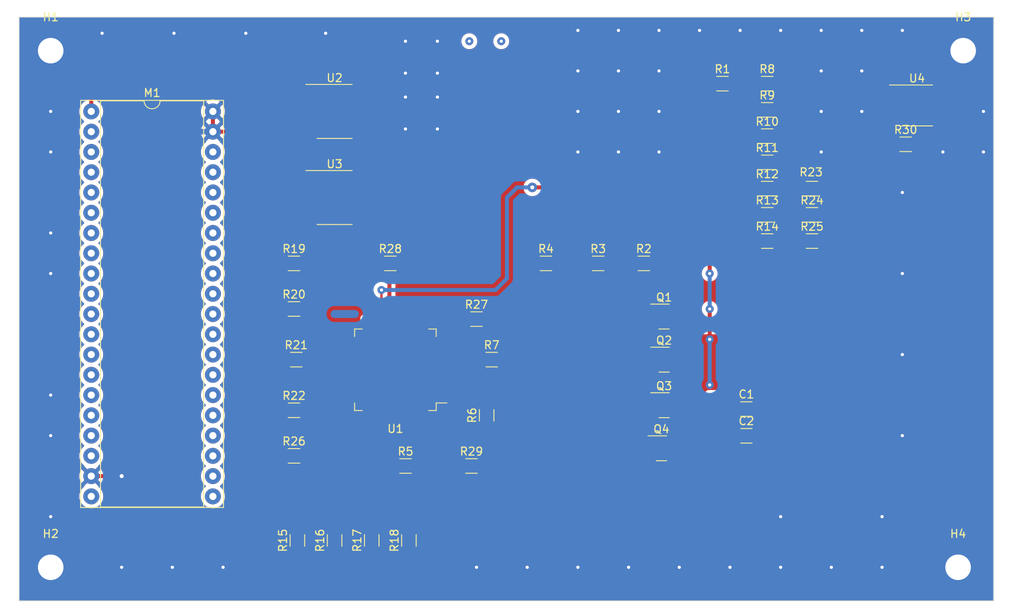
<source format=kicad_pcb>
(kicad_pcb (version 20221018) (generator pcbnew)
  (layers (0 "F.Cu" signal) (31 "B.Cu" signal) (34 "B.Paste" user) (35 "F.Paste" user) (36 "B.SilkS" user "B.Silkscreen") (37 "F.SilkS" user "F.Silkscreen") (38 "B.Mask" user) (39 "F.Mask" user) (44 "Edge.Cuts" user))
  (net 0 "")
  (net 1 "Net-(Q3-G)")
  (net 2 "GND")
  (net 3 "Net-(Q4-G)")
  (net 4 "/PA0")
  (net 41 "Net-(Q1-G)")
  (net 43 "Net-(Q2-G)")
  (net 45 "/in2")
  (net 46 "/in1")
  (net 47 "/PB0")
  (net 48 "/PB1")
  (net 49 "/PA1")
  (net 50 "/PB2")
  (net 51 "/PA2")
  (net 52 "/PB3")
  (net 53 "/PA3")
  (net 54 "/PB4")
  (net 55 "/PA4")
  (net 56 "/PB5")
  (net 57 "/PA5")
  (net 58 "/PB6")
  (net 59 "/PA6")
  (net 60 "/PB7")
  (net 61 "/PA7")
  (net 62 "/PB8")
  (net 63 "/PA8")
  (net 64 "Net-(R10-Pad2)")
  (net 65 "Net-(R11-Pad2)")
  (net 66 "Net-(R12-Pad2)")
  (net 73 "/slc")
  (net 74 "CLOCK")
  (net 75 "/PC2")
  (net 77 "/PC3")
  (net 84 "Net-(U1-PA0)")
  (net 85 "Net-(U1-PA1)")
  (net 86 "Net-(U1-PA2)")
  (net 87 "Net-(U1-PA12)")
  (net 88 "+3.3V")
  (net 95 "+3.3VA")
  (net 108 "/PA9")
  (net 109 "/PA10")
  (net 125 "/PA11")
  (net 131 "/ProbaSheet2/out1")
  (net 132 "/ProbaSheet2/in3")
  (net 133 "/ProbaSheet2/in4")
  (net 134 "/ProbaSheet2/out2")
  (footprint "Capacitor_SMD:C_1206_3216Metric_Pad1.33x1.80mm_HandSolder" (layer "F.Cu") (at 122.705 88.115)
    (fp_text reference "C1" (at 0 -1.85) (layer "F.SilkS"))
    (fp_text value "10n")
    (pad "1" smd roundrect (at -1.5625 0) (size 1.325 1.8) (layers "F.Cu" "F.Paste" "F.Mask") (roundrect_rratio 0.188679) (net 1 "Net-(Q3-G)"))
    (pad "2" smd roundrect (at 1.5625 0) (size 1.325 1.8) (layers "F.Cu" "F.Paste" "F.Mask") (roundrect_rratio 0.188679) (net 2 "GND"))
  )
  (footprint "Resistor_SMD:R_1206_3216Metric_Pad1.30x1.75mm_HandSolder" (layer "F.Cu") (at 66.04 75.565)
    (fp_text reference "R20" (at 0 -1.82) (layer "F.SilkS"))
    (fp_text value "10k")
    (pad "1" smd roundrect (at -1.55 0) (size 1.3 1.75) (layers "F.Cu" "F.Paste" "F.Mask") (roundrect_rratio 0.192308) (net 75 "/PC2"))
    (pad "2" smd roundrect (at 1.55 0) (size 1.3 1.75) (layers "F.Cu" "F.Paste" "F.Mask") (roundrect_rratio 0.192308))
  )
  (footprint "Resistor_SMD:R_1206_3216Metric_Pad1.30x1.75mm_HandSolder" (layer "F.Cu") (at 66.04 69.85)
    (fp_text reference "R19" (at 0 -1.82) (layer "F.SilkS"))
    (fp_text value "10k")
    (pad "1" smd roundrect (at -1.55 0) (size 1.3 1.75) (layers "F.Cu" "F.Paste" "F.Mask") (roundrect_rratio 0.192308) (net 73 "/slc"))
    (pad "2" smd roundrect (at 1.55 0) (size 1.3 1.75) (layers "F.Cu" "F.Paste" "F.Mask") (roundrect_rratio 0.192308) (net 74 "CLOCK"))
  )
  (footprint "Resistor_SMD:R_1206_3216Metric" (layer "F.Cu") (at 130.925 63.765)
    (fp_text reference "R24" (at 0 -1.82) (layer "F.SilkS"))
    (fp_text value "R")
    (pad "1" smd roundrect (at -1.4625 0) (size 1.125 1.75) (layers "F.Cu" "F.Paste" "F.Mask") (roundrect_rratio 0.222222) (net 65 "Net-(R11-Pad2)"))
    (pad "2" smd roundrect (at 1.4625 0) (size 1.125 1.75) (layers "F.Cu" "F.Paste" "F.Mask") (roundrect_rratio 0.222222))
  )
  (footprint "Resistor_SMD:R_1206_3216Metric" (layer "F.Cu") (at 125.315 60.475)
    (fp_text reference "R12" (at 0 -1.82) (layer "F.SilkS"))
    (fp_text value "R")
    (pad "1" smd roundrect (at -1.4625 0) (size 1.125 1.75) (layers "F.Cu" "F.Paste" "F.Mask") (roundrect_rratio 0.222222) (net 50 "/PB2"))
    (pad "2" smd roundrect (at 1.4625 0) (size 1.125 1.75) (layers "F.Cu" "F.Paste" "F.Mask") (roundrect_rratio 0.222222) (net 66 "Net-(R12-Pad2)"))
  )
  (footprint "Resistor_SMD:R_1206_3216Metric" (layer "F.Cu") (at 80.01 95.25)
    (fp_text reference "R5" (at 0 -1.82) (layer "F.SilkS"))
    (fp_text value "R")
    (pad "1" smd roundrect (at -1.4625 0) (size 1.125 1.75) (layers "F.Cu" "F.Paste" "F.Mask") (roundrect_rratio 0.222222) (net 54 "/PB4"))
    (pad "2" smd roundrect (at 1.4625 0) (size 1.125 1.75) (layers "F.Cu" "F.Paste" "F.Mask") (roundrect_rratio 0.222222) (net 55 "/PA4"))
  )
  (footprint "Resistor_SMD:R_1206_3216Metric" (layer "F.Cu") (at 125.315 63.765)
    (fp_text reference "R13" (at 0 -1.82) (layer "F.SilkS"))
    (fp_text value "R")
    (pad "1" smd roundrect (at -1.4625 0) (size 1.125 1.75) (layers "F.Cu" "F.Paste" "F.Mask") (roundrect_rratio 0.222222) (net 52 "/PB3"))
    (pad "2" smd roundrect (at 1.4625 0) (size 1.125 1.75) (layers "F.Cu" "F.Paste" "F.Mask") (roundrect_rratio 0.222222))
  )
  (footprint "MountingHole:MountingHole_3.2mm_M3" (layer "F.Cu") (at 149.225 107.95)
    (fp_text reference "H4" (at 0 -4.2) (layer "F.SilkS"))
    (fp_text value "MountingHole")
    (pad "" np_thru_hole circle (at 0 0) (size 3.2 3.2) (drill 3.2) (layers "*.Cu" "*.Mask"))
  )
  (footprint "Resistor_SMD:R_1206_3216Metric" (layer "F.Cu") (at 125.315 67.055)
    (fp_text reference "R14" (at 0 -1.82) (layer "F.SilkS"))
    (fp_text value "R")
    (pad "1" smd roundrect (at -1.4625 0) (size 1.125 1.75) (layers "F.Cu" "F.Paste" "F.Mask") (roundrect_rratio 0.222222) (net 54 "/PB4"))
    (pad "2" smd roundrect (at 1.4625 0) (size 1.125 1.75) (layers "F.Cu" "F.Paste" "F.Mask") (roundrect_rratio 0.222222))
  )
  (footprint "Resistor_SMD:R_1206_3216Metric_Pad1.30x1.75mm_HandSolder" (layer "F.Cu") (at 66.04 88.265)
    (fp_text reference "R22" (at 0 -1.82) (layer "F.SilkS"))
    (fp_text value "10k")
    (pad "1" smd roundrect (at -1.55 0) (size 1.3 1.75) (layers "F.Cu" "F.Paste" "F.Mask") (roundrect_rratio 0.192308))
    (pad "2" smd roundrect (at 1.55 0) (size 1.3 1.75) (layers "F.Cu" "F.Paste" "F.Mask") (roundrect_rratio 0.192308))
  )
  (footprint "Resistor_SMD:R_1206_3216Metric" (layer "F.Cu") (at 75.776666 104.5825 90)
    (fp_text reference "R17" (at 0 -1.82 90) (layer "F.SilkS"))
    (fp_text value "R")
    (pad "1" smd roundrect (at -1.4625 0 90) (size 1.125 1.75) (layers "F.Cu" "F.Paste" "F.Mask") (roundrect_rratio 0.222222) (net 60 "/PB7"))
    (pad "2" smd roundrect (at 1.4625 0 90) (size 1.125 1.75) (layers "F.Cu" "F.Paste" "F.Mask") (roundrect_rratio 0.222222))
  )
  (footprint "Resistor_SMD:R_1206_3216Metric" (layer "F.Cu") (at 130.925 67.055)
    (fp_text reference "R25" (at 0 -1.82) (layer "F.SilkS"))
    (fp_text value "R")
    (pad "1" smd roundrect (at -1.4625 0) (size 1.125 1.75) (layers "F.Cu" "F.Paste" "F.Mask") (roundrect_rratio 0.222222) (net 66 "Net-(R12-Pad2)"))
    (pad "2" smd roundrect (at 1.4625 0) (size 1.125 1.75) (layers "F.Cu" "F.Paste" "F.Mask") (roundrect_rratio 0.222222))
  )
  (footprint "Resistor_SMD:R_1206_3216Metric_Pad1.30x1.75mm_HandSolder" (layer "F.Cu") (at 78.105 69.85)
    (fp_text reference "R28" (at 0 -1.82) (layer "F.SilkS"))
    (fp_text value "10k")
    (pad "1" smd roundrect (at -1.55 0) (size 1.3 1.75) (layers "F.Cu" "F.Paste" "F.Mask") (roundrect_rratio 0.192308) (net 86 "Net-(U1-PA2)"))
    (pad "2" smd roundrect (at 1.55 0) (size 1.3 1.75) (layers "F.Cu" "F.Paste" "F.Mask") (roundrect_rratio 0.192308) (net 1 "Net-(Q3-G)"))
  )
  (footprint "Resistor_SMD:R_1206_3216Metric" (layer "F.Cu") (at 109.855 69.85)
    (fp_text reference "R2" (at 0 -1.82) (layer "F.SilkS"))
    (fp_text value "R")
    (pad "1" smd roundrect (at -1.4625 0) (size 1.125 1.75) (layers "F.Cu" "F.Paste" "F.Mask") (roundrect_rratio 0.222222) (net 48 "/PB1"))
    (pad "2" smd roundrect (at 1.4625 0) (size 1.125 1.75) (layers "F.Cu" "F.Paste" "F.Mask") (roundrect_rratio 0.222222) (net 49 "/PA1"))
  )
  (footprint "Resistor_SMD:R_1206_3216Metric" (layer "F.Cu") (at 90.805 81.915)
    (fp_text reference "R7" (at 0 -1.82) (layer "F.SilkS"))
    (fp_text value "R")
    (pad "1" smd roundrect (at -1.4625 0) (size 1.125 1.75) (layers "F.Cu" "F.Paste" "F.Mask") (roundrect_rratio 0.222222) (net 58 "/PB6"))
    (pad "2" smd roundrect (at 1.4625 0) (size 1.125 1.75) (layers "F.Cu" "F.Paste" "F.Mask") (roundrect_rratio 0.222222) (net 59 "/PA6"))
  )
  (footprint "Resistor_SMD:R_1206_3216Metric_Pad1.30x1.75mm_HandSolder" (layer "F.Cu") (at 88.9 76.835)
    (fp_text reference "R27" (at 0 -1.82) (layer "F.SilkS"))
    (fp_text value "10k")
    (pad "1" smd roundrect (at -1.55 0) (size 1.3 1.75) (layers "F.Cu" "F.Paste" "F.Mask") (roundrect_rratio 0.192308) (net 85 "Net-(U1-PA1)"))
    (pad "2" smd roundrect (at 1.55 0) (size 1.3 1.75) (layers "F.Cu" "F.Paste" "F.Mask") (roundrect_rratio 0.192308) (net 43 "Net-(Q2-G)"))
  )
  (footprint "Package_TO_SOT_SMD:SOT-23" (layer "F.Cu") (at 112.0625 93.03)
    (fp_text reference "Q4" (at 0 -2.4) (layer "F.SilkS"))
    (fp_text value "AO3400A")
    (pad "1" smd roundrect (at -0.9375 -0.95) (size 1.475 0.6) (layers "F.Cu" "F.Paste" "F.Mask") (net 3 "Net-(Q4-G)"))
    (pad "2" smd roundrect (at -0.9375 0.95) (size 1.475 0.6) (layers "F.Cu" "F.Paste" "F.Mask") (net 2 "GND"))
    (pad "3" smd roundrect (at 0.9375 0) (size 1.475 0.6) (layers "F.Cu" "F.Paste" "F.Mask") (net 46 "/in1"))
  )
  (footprint "Resistor_SMD:R_1206_3216Metric" (layer "F.Cu") (at 80.433334 104.5825 90)
    (fp_text reference "R18" (at 0 -1.82 90) (layer "F.SilkS"))
    (fp_text value "R")
    (pad "1" smd roundrect (at -1.4625 0 90) (size 1.125 1.75) (layers "F.Cu" "F.Paste" "F.Mask") (roundrect_rratio 0.222222) (net 62 "/PB8"))
    (pad "2" smd roundrect (at 1.4625 0 90) (size 1.125 1.75) (layers "F.Cu" "F.Paste" "F.Mask") (roundrect_rratio 0.222222))
  )
  (footprint "MountingHole:MountingHole_3.2mm_M3" (layer "F.Cu") (at 35.56 107.95)
    (fp_text reference "H2" (at 0 -4.2) (layer "F.SilkS"))
    (fp_text value "MountingHole")
    (pad "" np_thru_hole circle (at 0 0) (size 3.2 3.2) (drill 3.2) (layers "*.Cu" "*.Mask"))
  )
  (footprint "Package_SO:TSSOP-20_4.4x6.5mm_P0.65mm" (layer "F.Cu") (at 71.12 61.595)
    (fp_text reference "U3" (at 0 -4.2) (layer "F.SilkS"))
    (fp_text value "STM32F030F4Px")
    (pad "1" smd roundrect (at -2.8625 -2.925) (size 1.475 0.4) (layers "F.Cu" "F.Paste" "F.Mask"))
    (pad "2" smd roundrect (at -2.8625 -2.275) (size 1.475 0.4) (layers "F.Cu" "F.Paste" "F.Mask"))
    (pad "3" smd roundrect (at -2.8625 -1.625) (size 1.475 0.4) (layers "F.Cu" "F.Paste" "F.Mask"))
    (pad "4" smd roundrect (at -2.8625 -0.975) (size 1.475 0.4) (layers "F.Cu" "F.Paste" "F.Mask"))
    (pad "5" smd roundrect (at -2.8625 -0.325) (size 1.475 0.4) (layers "F.Cu" "F.Paste" "F.Mask") (net 88 "+3.3V"))
    (pad "6" smd roundrect (at -2.8625 0.325) (size 1.475 0.4) (layers "F.Cu" "F.Paste" "F.Mask") (net 4 "/PA0"))
    (pad "7" smd roundrect (at -2.8625 0.975) (size 1.475 0.4) (layers "F.Cu" "F.Paste" "F.Mask") (net 49 "/PA1"))
    (pad "8" smd roundrect (at -2.8625 1.625) (size 1.475 0.4) (layers "F.Cu" "F.Paste" "F.Mask") (net 51 "/PA2"))
    (pad "9" smd roundrect (at -2.8625 2.275) (size 1.475 0.4) (layers "F.Cu" "F.Paste" "F.Mask") (net 53 "/PA3"))
    (pad "10" smd roundrect (at -2.8625 2.925) (size 1.475 0.4) (layers "F.Cu" "F.Paste" "F.Mask") (net 55 "/PA4"))
    (pad "11" smd roundrect (at 2.8625 2.925) (size 1.475 0.4) (layers "F.Cu" "F.Paste" "F.Mask") (net 57 "/PA5"))
    (pad "12" smd roundrect (at 2.8625 2.275) (size 1.475 0.4) (layers "F.Cu" "F.Paste" "F.Mask") (net 59 "/PA6"))
    (pad "13" smd roundrect (at 2.8625 1.625) (size 1.475 0.4) (layers "F.Cu" "F.Paste" "F.Mask") (net 61 "/PA7"))
    (pad "14" smd roundrect (at 2.8625 0.975) (size 1.475 0.4) (layers "F.Cu" "F.Paste" "F.Mask"))
    (pad "15" smd roundrect (at 2.8625 0.325) (size 1.475 0.4) (layers "F.Cu" "F.Paste" "F.Mask") (net 2 "GND"))
    (pad "16" smd roundrect (at 2.8625 -0.325) (size 1.475 0.4) (layers "F.Cu" "F.Paste" "F.Mask") (net 88 "+3.3V"))
    (pad "17" smd roundrect (at 2.8625 -0.975) (size 1.475 0.4) (layers "F.Cu" "F.Paste" "F.Mask") (net 63 "/PA8"))
    (pad "18" smd roundrect (at 2.8625 -1.625) (size 1.475 0.4) (layers "F.Cu" "F.Paste" "F.Mask") (net 108 "/PA9"))
    (pad "19" smd roundrect (at 2.8625 -2.275) (size 1.475 0.4) (layers "F.Cu" "F.Paste" "F.Mask") (net 109 "/PA10"))
    (pad "20" smd roundrect (at 2.8625 -2.925) (size 1.475 0.4) (layers "F.Cu" "F.Paste" "F.Mask") (net 125 "/PA11"))
  )
  (footprint "Resistor_SMD:R_1206_3216Metric" (layer "F.Cu") (at 125.315 57.185)
    (fp_text reference "R11" (at 0 -1.82) (layer "F.SilkS"))
    (fp_text value "R")
    (pad "1" smd roundrect (at -1.4625 0) (size 1.125 1.75) (layers "F.Cu" "F.Paste" "F.Mask") (roundrect_rratio 0.222222) (net 48 "/PB1"))
    (pad "2" smd roundrect (at 1.4625 0) (size 1.125 1.75) (layers "F.Cu" "F.Paste" "F.Mask") (roundrect_rratio 0.222222) (net 65 "Net-(R11-Pad2)"))
  )
  (footprint "Package_QFP:LQFP-64_10x10mm_P0.5mm" (layer "F.Cu") (at 78.74 83.185 180)
    (fp_text reference "U1" (at 0 -7.4) (layer "F.SilkS"))
    (fp_text value "STM32F103R6Tx")
    (pad "1" smd roundrect (at -5.675 -3.75 180) (size 1.55 0.3) (layers "F.Cu" "F.Paste" "F.Mask") (net 88 "+3.3V"))
    (pad "2" smd roundrect (at -5.675 -3.25 180) (size 1.55 0.3) (layers "F.Cu" "F.Paste" "F.Mask"))
    (pad "3" smd roundrect (at -5.675 -2.75 180) (size 1.55 0.3) (layers "F.Cu" "F.Paste" "F.Mask"))
    (pad "4" smd roundrect (at -5.675 -2.25 180) (size 1.55 0.3) (layers "F.Cu" "F.Paste" "F.Mask") (net 74 "CLOCK"))
    (pad "5" smd roundrect (at -5.675 -1.75 180) (size 1.55 0.3) (layers "F.Cu" "F.Paste" "F.Mask"))
    (pad "6" smd roundrect (at -5.675 -1.25 180) (size 1.55 0.3) (layers "F.Cu" "F.Paste" "F.Mask"))
    (pad "7" smd roundrect (at -5.675 -0.75 180) (size 1.55 0.3) (layers "F.Cu" "F.Paste" "F.Mask"))
    (pad "8" smd roundrect (at -5.675 -0.25 180) (size 1.55 0.3) (layers "F.Cu" "F.Paste" "F.Mask"))
    (pad "9" smd roundrect (at -5.675 0.25 180) (size 1.55 0.3) (layers "F.Cu" "F.Paste" "F.Mask") (net 73 "/slc"))
    (pad "10" smd roundrect (at -5.675 0.75 180) (size 1.55 0.3) (layers "F.Cu" "F.Paste" "F.Mask") (net 75 "/PC2"))
    (pad "11" smd roundrect (at -5.675 1.25 180) (size 1.55 0.3) (layers "F.Cu" "F.Paste" "F.Mask") (net 77 "/PC3"))
    (pad "12" smd roundrect (at -5.675 1.75 180) (size 1.55 0.3) (layers "F.Cu" "F.Paste" "F.Mask") (net 2 "GND"))
    (pad "13" smd roundrect (at -5.675 2.25 180) (size 1.55 0.3) (layers "F.Cu" "F.Paste" "F.Mask") (net 95 "+3.3VA"))
    (pad "14" smd roundrect (at -5.675 2.75 180) (size 1.55 0.3) (layers "F.Cu" "F.Paste" "F.Mask") (net 84 "Net-(U1-PA0)"))
    (pad "15" smd roundrect (at -5.675 3.25 180) (size 1.55 0.3) (layers "F.Cu" "F.Paste" "F.Mask") (net 85 "Net-(U1-PA1)"))
    (pad "16" smd roundrect (at -5.675 3.75 180) (size 1.55 0.3) (layers "F.Cu" "F.Paste" "F.Mask") (net 86 "Net-(U1-PA2)"))
    (pad "17" smd roundrect (at -3.75 5.675 180) (size 0.3 1.55) (layers "F.Cu" "F.Paste" "F.Mask") (net 53 "/PA3"))
    (pad "18" smd roundrect (at -3.25 5.675 180) (size 0.3 1.55) (layers "F.Cu" "F.Paste" "F.Mask") (net 2 "GND"))
    (pad "19" smd roundrect (at -2.75 5.675 180) (size 0.3 1.55) (layers "F.Cu" "F.Paste" "F.Mask") (net 88 "+3.3V"))
    (pad "20" smd roundrect (at -2.25 5.675 180) (size 0.3 1.55) (layers "F.Cu" "F.Paste" "F.Mask") (net 55 "/PA4"))
    (pad "21" smd roundrect (at -1.75 5.675 180) (size 0.3 1.55) (layers "F.Cu" "F.Paste" "F.Mask") (net 57 "/PA5"))
    (pad "22" smd roundrect (at -1.25 5.675 180) (size 0.3 1.55) (layers "F.Cu" "F.Paste" "F.Mask") (net 59 "/PA6"))
    (pad "23" smd roundrect (at -0.75 5.675 180) (size 0.3 1.55) (layers "F.Cu" "F.Paste" "F.Mask") (net 61 "/PA7"))
    (pad "24" smd roundrect (at -0.25 5.675 180) (size 0.3 1.55) (layers "F.Cu" "F.Paste" "F.Mask"))
    (pad "25" smd roundrect (at 0.25 5.675 180) (size 0.3 1.55) (layers "F.Cu" "F.Paste" "F.Mask"))
    (pad "26" smd roundrect (at 0.75 5.675 180) (size 0.3 1.55) (layers "F.Cu" "F.Paste" "F.Mask") (net 47 "/PB0"))
    (pad "27" smd roundrect (at 1.25 5.675 180) (size 0.3 1.55) (layers "F.Cu" "F.Paste" "F.Mask") (net 48 "/PB1"))
    (pad "28" smd roundrect (at 1.75 5.675 180) (size 0.3 1.55) (layers "F.Cu" "F.Paste" "F.Mask") (net 50 "/PB2"))
    (pad "29" smd roundrect (at 2.25 5.675 180) (size 0.3 1.55) (layers "F.Cu" "F.Paste" "F.Mask"))
    (pad "30" smd roundrect (at 2.75 5.675 180) (size 0.3 1.55) (layers "F.Cu" "F.Paste" "F.Mask"))
    (pad "31" smd roundrect (at 3.25 5.675 180) (size 0.3 1.55) (layers "F.Cu" "F.Paste" "F.Mask") (net 2 "GND"))
    (pad "32" smd roundrect (at 3.75 5.675 180) (size 0.3 1.55) (layers "F.Cu" "F.Paste" "F.Mask") (net 88 "+3.3V"))
    (pad "33" smd roundrect (at 5.675 3.75 180) (size 1.55 0.3) (layers "F.Cu" "F.Paste" "F.Mask"))
    (pad "34" smd roundrect (at 5.675 3.25 180) (size 1.55 0.3) (layers "F.Cu" "F.Paste" "F.Mask"))
    (pad "35" smd roundrect (at 5.675 2.75 180) (size 1.55 0.3) (layers "F.Cu" "F.Paste" "F.Mask"))
    (pad "36" smd roundrect (at 5.675 2.25 180) (size 1.55 0.3) (layers "F.Cu" "F.Paste" "F.Mask"))
    (pad "37" smd roundrect (at 5.675 1.75 180) (size 1.55 0.3) (layers "F.Cu" "F.Paste" "F.Mask"))
    (pad "38" smd roundrect (at 5.675 1.25 180) (size 1.55 0.3) (layers "F.Cu" "F.Paste" "F.Mask"))
    (pad "39" smd roundrect (at 5.675 0.75 180) (size 1.55 0.3) (layers "F.Cu" "F.Paste" "F.Mask"))
    (pad "40" smd roundrect (at 5.675 0.25 180) (size 1.55 0.3) (layers "F.Cu" "F.Paste" "F.Mask"))
    (pad "41" smd roundrect (at 5.675 -0.25 180) (size 1.55 0.3) (layers "F.Cu" "F.Paste" "F.Mask") (net 63 "/PA8"))
    (pad "42" smd roundrect (at 5.675 -0.75 180) (size 1.55 0.3) (layers "F.Cu" "F.Paste" "F.Mask") (net 108 "/PA9"))
    (pad "43" smd roundrect (at 5.675 -1.25 180) (size 1.55 0.3) (layers "F.Cu" "F.Paste" "F.Mask") (net 109 "/PA10"))
    (pad "44" smd roundrect (at 5.675 -1.75 180) (size 1.55 0.3) (layers "F.Cu" "F.Paste" "F.Mask"))
    (pad "45" smd roundrect (at 5.675 -2.25 180) (size 1.55 0.3) (layers "F.Cu" "F.Paste" "F.Mask") (net 87 "Net-(U1-PA12)"))
    (pad "46" smd roundrect (at 5.675 -2.75 180) (size 1.55 0.3) (layers "F.Cu" "F.Paste" "F.Mask"))
    (pad "47" smd roundrect (at 5.675 -3.25 180) (size 1.55 0.3) (layers "F.Cu" "F.Paste" "F.Mask") (net 2 "GND"))
    (pad "48" smd roundrect (at 5.675 -3.75 180) (size 1.55 0.3) (layers "F.Cu" "F.Paste" "F.Mask") (net 88 "+3.3V"))
    (pad "49" smd roundrect (at 3.75 -5.675 180) (size 0.3 1.55) (layers "F.Cu" "F.Paste" "F.Mask"))
    (pad "50" smd roundrect (at 3.25 -5.675 180) (size 0.3 1.55) (layers "F.Cu" "F.Paste" "F.Mask"))
    (pad "51" smd roundrect (at 2.75 -5.675 180) (size 0.3 1.55) (layers "F.Cu" "F.Paste" "F.Mask"))
    (pad "52" smd roundrect (at 2.25 -5.675 180) (size 0.3 1.55) (layers "F.Cu" "F.Paste" "F.Mask"))
    (pad "53" smd roundrect (at 1.75 -5.675 180) (size 0.3 1.55) (layers "F.Cu" "F.Paste" "F.Mask"))
    (pad "54" smd roundrect (at 1.25 -5.675 180) (size 0.3 1.55) (layers "F.Cu" "F.Paste" "F.Mask"))
    (pad "55" smd roundrect (at 0.75 -5.675 180) (size 0.3 1.55) (layers "F.Cu" "F.Paste" "F.Mask") (net 52 "/PB3"))
    (pad "56" smd roundrect (at 0.25 -5.675 180) (size 0.3 1.55) (layers "F.Cu" "F.Paste" "F.Mask") (net 54 "/PB4"))
    (pad "57" smd roundrect (at -0.25 -5.675 180) (size 0.3 1.55) (layers "F.Cu" "F.Paste" "F.Mask") (net 56 "/PB5"))
    (pad "58" smd roundrect (at -0.75 -5.675 180) (size 0.3 1.55) (layers "F.Cu" "F.Paste" "F.Mask") (net 58 "/PB6"))
    (pad "59" smd roundrect (at -1.25 -5.675 180) (size 0.3 1.55) (layers "F.Cu" "F.Paste" "F.Mask") (net 60 "/PB7"))
    (pad "60" smd roundrect (at -1.75 -5.675 180) (size 0.3 1.55) (layers "F.Cu" "F.Paste" "F.Mask"))
    (pad "61" smd roundrect (at -2.25 -5.675 180) (size 0.3 1.55) (layers "F.Cu" "F.Paste" "F.Mask") (net 62 "/PB8"))
    (pad "62" smd roundrect (at -2.75 -5.675 180) (size 0.3 1.55) (layers "F.Cu" "F.Paste" "F.Mask"))
    (pad "63" smd roundrect (at -3.25 -5.675 180) (size 0.3 1.55) (layers "F.Cu" "F.Paste" "F.Mask") (net 2 "GND"))
    (pad "64" smd roundrect (at -3.75 -5.675 180) (size 0.3 1.55) (layers "F.Cu" "F.Paste" "F.Mask") (net 88 "+3.3V"))
  )
  (footprint "Package_SO:SOIC-8-1EP_3.9x4.9mm_P1.27mm_EP2.29x3mm" (layer "F.Cu") (at 144.08 50.05)
    (fp_text reference "U4" (at 0 -3.4) (layer "F.SilkS"))
    (fp_text value "LM358")
    (pad "1" smd roundrect (at -2.475 -1.905) (size 1.95 0.6) (layers "F.Cu" "F.Paste" "F.Mask") (net 131 "/ProbaSheet2/out1"))
    (pad "2" smd roundrect (at -2.475 -0.635) (size 1.95 0.6) (layers "F.Cu" "F.Paste" "F.Mask") (net 45 "/in2"))
    (pad "3" smd roundrect (at -2.475 0.635) (size 1.95 0.6) (layers "F.Cu" "F.Paste" "F.Mask") (net 46 "/in1"))
    (pad "4" smd roundrect (at -2.475 1.905) (size 1.95 0.6) (layers "F.Cu" "F.Paste" "F.Mask") (net 2 "GND"))
    (pad "5" smd roundrect (at 2.475 1.905) (size 1.95 0.6) (layers "F.Cu" "F.Paste" "F.Mask") (net 132 "/ProbaSheet2/in3"))
    (pad "6" smd roundrect (at 2.475 0.635) (size 1.95 0.6) (layers "F.Cu" "F.Paste" "F.Mask") (net 133 "/ProbaSheet2/in4"))
    (pad "7" smd roundrect (at 2.475 -0.635) (size 1.95 0.6) (layers "F.Cu" "F.Paste" "F.Mask") (net 134 "/ProbaSheet2/out2"))
    (pad "8" smd roundrect (at 2.475 -1.905) (size 1.95 0.6) (layers "F.Cu" "F.Paste" "F.Mask") (net 88 "+3.3V"))
    (pad "9" smd rect (at 0 0) (size 2.29 3) (layers "F.Cu" "F.Mask"))
  )
  (footprint "Resistor_SMD:R_1206_3216Metric_Pad1.30x1.75mm_HandSolder" (layer "F.Cu") (at 66.32 81.915)
    (fp_text reference "R21" (at 0 -1.82) (layer "F.SilkS"))
    (fp_text value "10k")
    (pad "1" smd roundrect (at -1.55 0) (size 1.3 1.75) (layers "F.Cu" "F.Paste" "F.Mask") (roundrect_rratio 0.192308) (net 77 "/PC3"))
    (pad "2" smd roundrect (at 1.55 0) (size 1.3 1.75) (layers "F.Cu" "F.Paste" "F.Mask") (roundrect_rratio 0.192308))
  )
  (footprint "Resistor_SMD:R_1206_3216Metric" (layer "F.Cu") (at 125.315 53.895)
    (fp_text reference "R10" (at 0 -1.82) (layer "F.SilkS"))
    (fp_text value "R")
    (pad "1" smd roundrect (at -1.4625 0) (size 1.125 1.75) (layers "F.Cu" "F.Paste" "F.Mask") (roundrect_rratio 0.222222) (net 47 "/PB0"))
    (pad "2" smd roundrect (at 1.4625 0) (size 1.125 1.75) (layers "F.Cu" "F.Paste" "F.Mask") (roundrect_rratio 0.222222) (net 64 "Net-(R10-Pad2)"))
  )
  (footprint "Resistor_SMD:R_1206_3216Metric" (layer "F.Cu") (at 104.14 69.85)
    (fp_text reference "R3" (at 0 -1.82) (layer "F.SilkS"))
    (fp_text value "R")
    (pad "1" smd roundrect (at -1.4625 0) (size 1.125 1.75) (layers "F.Cu" "F.Paste" "F.Mask") (roundrect_rratio 0.222222) (net 50 "/PB2"))
    (pad "2" smd roundrect (at 1.4625 0) (size 1.125 1.75) (layers "F.Cu" "F.Paste" "F.Mask") (roundrect_rratio 0.222222) (net 51 "/PA2"))
  )
  (footprint "Package_TO_SOT_SMD:SOT-23" (layer "F.Cu") (at 112.395 81.915)
    (fp_text reference "Q2" (at 0 -2.4) (layer "F.SilkS"))
    (fp_text value "AO3400A")
    (pad "1" smd roundrect (at -0.9375 -0.95) (size 1.475 0.6) (layers "F.Cu" "F.Paste" "F.Mask") (net 43 "Net-(Q2-G)"))
    (pad "2" smd roundrect (at -0.9375 0.95) (size 1.475 0.6) (layers "F.Cu" "F.Paste" "F.Mask") (net 2 "GND"))
    (pad "3" smd roundrect (at 0.9375 0) (size 1.475 0.6) (layers "F.Cu" "F.Paste" "F.Mask"))
  )
  (footprint "MountingHole:MountingHole_3.2mm_M3" (layer "F.Cu") (at 35.56 43.18)
    (fp_text reference "H1" (at 0 -4.2) (layer "F.SilkS"))
    (fp_text value "MountingHole")
    (pad "" np_thru_hole circle (at 0 0) (size 3.2 3.2) (drill 3.2) (layers "*.Cu" "*.Mask"))
  )
  (footprint "Resistor_SMD:R_1206_3216Metric" (layer "F.Cu") (at 66.463334 104.5825 90)
    (fp_text reference "R15" (at 0 -1.82 90) (layer "F.SilkS"))
    (fp_text value "R")
    (pad "1" smd roundrect (at -1.4625 0 90) (size 1.125 1.75) (layers "F.Cu" "F.Paste" "F.Mask") (roundrect_rratio 0.222222) (net 56 "/PB5"))
    (pad "2" smd roundrect (at 1.4625 0 90) (size 1.125 1.75) (layers "F.Cu" "F.Paste" "F.Mask") (roundrect_rratio 0.222222))
  )
  (footprint "Resistor_SMD:R_1206_3216Metric" (layer "F.Cu") (at 90.17 88.9 90)
    (fp_text reference "R6" (at 0 -1.82 90) (layer "F.SilkS"))
    (fp_text value "R")
    (pad "1" smd roundrect (at -1.4625 0 90) (size 1.125 1.75) (layers "F.Cu" "F.Paste" "F.Mask") (roundrect_rratio 0.222222) (net 56 "/PB5"))
    (pad "2" smd roundrect (at 1.4625 0 90) (size 1.125 1.75) (layers "F.Cu" "F.Paste" "F.Mask") (roundrect_rratio 0.222222) (net 57 "/PA5"))
  )
  (footprint "Z_modules:DIP-40_W15.24mm_Socket" (layer "F.Cu") (at 40.64 50.8)
    (fp_text reference "M1" (at 7.62 -2.33) (layer "F.SilkS"))
    (fp_text value "BluePillStm32")
    (pad "1" thru_hole circle (at 0 0) (size 2 2) (drill 0.9) (layers "*.Cu" "*.Mask") (net 4 "/PA0"))
    (pad "2" thru_hole circle (at 0 2.54) (size 2 2) (drill 0.9) (layers "*.Cu" "*.Mask"))
    (pad "3" thru_hole circle (at 0 5.08) (size 2 2) (drill 0.9) (layers "*.Cu" "*.Mask"))
    (pad "4" thru_hole circle (at 0 7.62) (size 2 2) (drill 0.9) (layers "*.Cu" "*.Mask"))
    (pad "5" thru_hole circle (at 0 10.16) (size 2 2) (drill 0.9) (layers "*.Cu" "*.Mask"))
    (pad "6" thru_hole circle (at 0 12.7) (size 2 2) (drill 0.9) (layers "*.Cu" "*.Mask"))
    (pad "7" thru_hole circle (at 0 15.24) (size 2 2) (drill 0.9) (layers "*.Cu" "*.Mask"))
    (pad "8" thru_hole circle (at 0 17.78) (size 2 2) (drill 0.9) (layers "*.Cu" "*.Mask"))
    (pad "9" thru_hole circle (at 0 20.32) (size 2 2) (drill 0.9) (layers "*.Cu" "*.Mask"))
    (pad "10" thru_hole circle (at 0 22.86) (size 2 2) (drill 0.9) (layers "*.Cu" "*.Mask"))
    (pad "11" thru_hole circle (at 0 25.4) (size 2 2) (drill 0.9) (layers "*.Cu" "*.Mask"))
    (pad "12" thru_hole circle (at 0 27.94) (size 2 2) (drill 0.9) (layers "*.Cu" "*.Mask"))
    (pad "13" thru_hole circle (at 0 30.48) (size 2 2) (drill 0.9) (layers "*.Cu" "*.Mask"))
    (pad "14" thru_hole circle (at 0 33.02) (size 2 2) (drill 0.9) (layers "*.Cu" "*.Mask"))
    (pad "15" thru_hole circle (at 0 35.56) (size 2 2) (drill 0.9) (layers "*.Cu" "*.Mask"))
    (pad "16" thru_hole circle (at 0 38.1) (size 2 2) (drill 0.9) (layers "*.Cu" "*.Mask"))
    (pad "17" thru_hole circle (at 0 40.64) (size 2 2) (drill 0.9) (layers "*.Cu" "*.Mask"))
    (pad "18" thru_hole circle (at 0 43.18) (size 2 2) (drill 0.9) (layers "*.Cu" "*.Mask"))
    (pad "19" thru_hole circle (at 0 45.72) (size 2 2) (drill 0.9) (layers "*.Cu" "*.Mask") (net 2 "GND"))
    (pad "20" thru_hole circle (at 0 48.26) (size 2 2) (drill 0.9) (layers "*.Cu" "*.Mask"))
    (pad "21" thru_hole circle (at 15.24 48.26) (size 2 2) (drill 0.9) (layers "*.Cu" "*.Mask"))
    (pad "22" thru_hole circle (at 15.24 45.72) (size 2 2) (drill 0.9) (layers "*.Cu" "*.Mask"))
    (pad "23" thru_hole circle (at 15.24 43.18) (size 2 2) (drill 0.9) (layers "*.Cu" "*.Mask"))
    (pad "24" thru_hole circle (at 15.24 40.64) (size 2 2) (drill 0.9) (layers "*.Cu" "*.Mask"))
    (pad "25" thru_hole circle (at 15.24 38.1) (size 2 2) (drill 0.9) (layers "*.Cu" "*.Mask"))
    (pad "26" thru_hole circle (at 15.24 35.56) (size 2 2) (drill 0.9) (layers "*.Cu" "*.Mask"))
    (pad "27" thru_hole circle (at 15.24 33.02) (size 2 2) (drill 0.9) (layers "*.Cu" "*.Mask"))
    (pad "28" thru_hole circle (at 15.24 30.48) (size 2 2) (drill 0.9) (layers "*.Cu" "*.Mask"))
    (pad "29" thru_hole circle (at 15.24 27.94) (size 2 2) (drill 0.9) (layers "*.Cu" "*.Mask"))
    (pad "30" thru_hole circle (at 15.24 25.4) (size 2 2) (drill 0.9) (layers "*.Cu" "*.Mask"))
    (pad "31" thru_hole circle (at 15.24 22.86) (size 2 2) (drill 0.9) (layers "*.Cu" "*.Mask"))
    (pad "32" thru_hole circle (at 15.24 20.32) (size 2 2) (drill 0.9) (layers "*.Cu" "*.Mask"))
    (pad "33" thru_hole circle (at 15.24 17.78) (size 2 2) (drill 0.9) (layers "*.Cu" "*.Mask"))
    (pad "34" thru_hole circle (at 15.24 15.24) (size 2 2) (drill 0.9) (layers "*.Cu" "*.Mask"))
    (pad "35" thru_hole circle (at 15.24 12.7) (size 2 2) (drill 0.9) (layers "*.Cu" "*.Mask"))
    (pad "36" thru_hole circle (at 15.24 10.16) (size 2 2) (drill 0.9) (layers "*.Cu" "*.Mask"))
    (pad "37" thru_hole circle (at 15.24 7.62) (size 2 2) (drill 0.9) (layers "*.Cu" "*.Mask"))
    (pad "38" thru_hole circle (at 15.24 5.08) (size 2 2) (drill 0.9) (layers "*.Cu" "*.Mask"))
    (pad "39" thru_hole circle (at 15.24 2.54) (size 2 2) (drill 0.9) (layers "*.Cu" "*.Mask") (net 2 "GND"))
    (pad "40" thru_hole circle (at 15.24 0) (size 2 2) (drill 0.9) (layers "*.Cu" "*.Mask") (net 2 "GND"))
  )
  (footprint "Resistor_SMD:R_1206_3216Metric_Pad1.30x1.75mm_HandSolder" (layer "F.Cu") (at 88.265 95.25)
    (fp_text reference "R29" (at 0 -1.82) (layer "F.SilkS"))
    (fp_text value "100")
    (pad "1" smd roundrect (at -1.55 0) (size 1.3 1.75) (layers "F.Cu" "F.Paste" "F.Mask") (roundrect_rratio 0.192308) (net 87 "Net-(U1-PA12)"))
    (pad "2" smd roundrect (at 1.55 0) (size 1.3 1.75) (layers "F.Cu" "F.Paste" "F.Mask") (roundrect_rratio 0.192308) (net 3 "Net-(Q4-G)"))
  )
  (footprint "Package_TO_SOT_SMD:SOT-23" (layer "F.Cu") (at 112.395 87.63)
    (fp_text reference "Q3" (at 0 -2.4) (layer "F.SilkS"))
    (fp_text value "AO3400A")
    (pad "1" smd roundrect (at -0.9375 -0.95) (size 1.475 0.6) (layers "F.Cu" "F.Paste" "F.Mask") (net 1 "Net-(Q3-G)"))
    (pad "2" smd roundrect (at -0.9375 0.95) (size 1.475 0.6) (layers "F.Cu" "F.Paste" "F.Mask") (net 2 "GND"))
    (pad "3" smd roundrect (at 0.9375 0) (size 1.475 0.6) (layers "F.Cu" "F.Paste" "F.Mask") (net 45 "/in2"))
  )
  (footprint "Resistor_SMD:R_1206_3216Metric" (layer "F.Cu") (at 97.5975 69.85)
    (fp_text reference "R4" (at 0 -1.82) (layer "F.SilkS"))
    (fp_text value "R")
    (pad "1" smd roundrect (at -1.4625 0) (size 1.125 1.75) (layers "F.Cu" "F.Paste" "F.Mask") (roundrect_rratio 0.222222) (net 52 "/PB3"))
    (pad "2" smd roundrect (at 1.4625 0) (size 1.125 1.75) (layers "F.Cu" "F.Paste" "F.Mask") (roundrect_rratio 0.222222) (net 53 "/PA3"))
  )
  (footprint "Resistor_SMD:R_1206_3216Metric" (layer "F.Cu") (at 130.925 60.475)
    (fp_text reference "R23" (at -0.115 -2.055) (layer "F.SilkS"))
    (fp_text value "R")
    (pad "1" smd roundrect (at -1.4625 0) (size 1.125 1.75) (layers "F.Cu" "F.Paste" "F.Mask") (roundrect_rratio 0.222222) (net 64 "Net-(R10-Pad2)"))
    (pad "2" smd roundrect (at 1.4625 0) (size 1.125 1.75) (layers "F.Cu" "F.Paste" "F.Mask") (roundrect_rratio 0.222222))
  )
  (footprint "Package_TO_SOT_SMD:SOT-23" (layer "F.Cu") (at 112.395 76.515)
    (fp_text reference "Q1" (at 0 -2.4) (layer "F.SilkS"))
    (fp_text value "AO3400A")
    (pad "1" smd roundrect (at -0.9375 -0.95) (size 1.475 0.6) (layers "F.Cu" "F.Paste" "F.Mask") (net 41 "Net-(Q1-G)"))
    (pad "2" smd roundrect (at -0.9375 0.95) (size 1.475 0.6) (layers "F.Cu" "F.Paste" "F.Mask") (net 2 "GND"))
    (pad "3" smd roundrect (at 0.9375 0) (size 1.475 0.6) (layers "F.Cu" "F.Paste" "F.Mask"))
  )
  (footprint "Resistor_SMD:R_1206_3216Metric" (layer "F.Cu") (at 119.705 47.315)
    (fp_text reference "R1" (at 0 -1.82) (layer "F.SilkS"))
    (fp_text value "R")
    (pad "1" smd roundrect (at -1.4625 0) (size 1.125 1.75) (layers "F.Cu" "F.Paste" "F.Mask") (roundrect_rratio 0.222222) (net 47 "/PB0"))
    (pad "2" smd roundrect (at 1.4625 0) (size 1.125 1.75) (layers "F.Cu" "F.Paste" "F.Mask") (roundrect_rratio 0.222222) (net 4 "/PA0"))
  )
  (footprint "Resistor_SMD:R_1206_3216Metric" (layer "F.Cu") (at 142.66 54.92)
    (fp_text reference "R30" (at 0 -1.82) (layer "F.SilkS"))
    (fp_text value "R")
    (pad "1" smd roundrect (at -1.4625 0) (size 1.125 1.75) (layers "F.Cu" "F.Paste" "F.Mask") (roundrect_rratio 0.222222) (net 46 "/in1"))
    (pad "2" smd roundrect (at 1.4625 0) (size 1.125 1.75) (layers "F.Cu" "F.Paste" "F.Mask") (roundrect_rratio 0.222222) (net 45 "/in2"))
  )
  (footprint "Capacitor_SMD:C_1206_3216Metric_Pad1.33x1.80mm_HandSolder" (layer "F.Cu") (at 122.705 91.465)
    (fp_text reference "C2" (at 0 -1.85) (layer "F.SilkS"))
    (fp_text value "4n7")
    (pad "1" smd roundrect (at -1.5625 0) (size 1.325 1.8) (layers "F.Cu" "F.Paste" "F.Mask") (roundrect_rratio 0.188679) (net 3 "Net-(Q4-G)"))
    (pad "2" smd roundrect (at 1.5625 0) (size 1.325 1.8) (layers "F.Cu" "F.Paste" "F.Mask") (roundrect_rratio 0.188679) (net 2 "GND"))
  )
  (footprint "Resistor_SMD:R_1206_3216Metric" (layer "F.Cu") (at 125.315 47.315)
    (fp_text reference "R8" (at 0 -1.82) (layer "F.SilkS"))
    (fp_text value "R")
    (pad "1" smd roundrect (at -1.4625 0) (size 1.125 1.75) (layers "F.Cu" "F.Paste" "F.Mask") (roundrect_rratio 0.222222) (net 60 "/PB7"))
    (pad "2" smd roundrect (at 1.4625 0) (size 1.125 1.75) (layers "F.Cu" "F.Paste" "F.Mask") (roundrect_rratio 0.222222) (net 61 "/PA7"))
  )
  (footprint "Resistor_SMD:R_1206_3216Metric" (layer "F.Cu") (at 71.12 104.5825 90)
    (fp_text reference "R16" (at 0 -1.82 90) (layer "F.SilkS"))
    (fp_text value "R")
    (pad "1" smd roundrect (at -1.4625 0 90) (size 1.125 1.75) (layers "F.Cu" "F.Paste" "F.Mask") (roundrect_rratio 0.222222) (net 58 "/PB6"))
    (pad "2" smd roundrect (at 1.4625 0 90) (size 1.125 1.75) (layers "F.Cu" "F.Paste" "F.Mask") (roundrect_rratio 0.222222))
  )
  (footprint "Resistor_SMD:R_1206_3216Metric" (layer "F.Cu") (at 125.315 50.605)
    (fp_text reference "R9" (at 0 -1.82) (layer "F.SilkS"))
    (fp_text value "R")
    (pad "1" smd roundrect (at -1.4625 0) (size 1.125 1.75) (layers "F.Cu" "F.Paste" "F.Mask") (roundrect_rratio 0.222222) (net 62 "/PB8"))
    (pad "2" smd roundrect (at 1.4625 0) (size 1.125 1.75) (layers "F.Cu" "F.Paste" "F.Mask") (roundrect_rratio 0.222222) (net 63 "/PA8"))
  )
  (footprint "Package_SO:TSSOP-20_4.4x6.5mm_P0.65mm" (layer "F.Cu") (at 71.12 50.8)
    (fp_text reference "U2" (at 0 -4.2) (layer "F.SilkS"))
    (fp_text value "STM32F030F4Px")
    (pad "1" smd roundrect (at -2.8625 -2.925) (size 1.475 0.4) (layers "F.Cu" "F.Paste" "F.Mask"))
    (pad "2" smd roundrect (at -2.8625 -2.275) (size 1.475 0.4) (layers "F.Cu" "F.Paste" "F.Mask"))
    (pad "3" smd roundrect (at -2.8625 -1.625) (size 1.475 0.4) (layers "F.Cu" "F.Paste" "F.Mask"))
    (pad "4" smd roundrect (at -2.8625 -0.975) (size 1.475 0.4) (layers "F.Cu" "F.Paste" "F.Mask"))
    (pad "5" smd roundrect (at -2.8625 -0.325) (size 1.475 0.4) (layers "F.Cu" "F.Paste" "F.Mask") (net 88 "+3.3V"))
    (pad "6" smd roundrect (at -2.8625 0.325) (size 1.475 0.4) (layers "F.Cu" "F.Paste" "F.Mask") (net 4 "/PA0"))
    (pad "7" smd roundrect (at -2.8625 0.975) (size 1.475 0.4) (layers "F.Cu" "F.Paste" "F.Mask") (net 49 "/PA1"))
    (pad "8" smd roundrect (at -2.8625 1.625) (size 1.475 0.4) (layers "F.Cu" "F.Paste" "F.Mask") (net 51 "/PA2"))
    (pad "9" smd roundrect (at -2.8625 2.275) (size 1.475 0.4) (layers "F.Cu" "F.Paste" "F.Mask") (net 53 "/PA3"))
    (pad "10" smd roundrect (at -2.8625 2.925) (size 1.475 0.4) (layers "F.Cu" "F.Paste" "F.Mask") (net 55 "/PA4"))
    (pad "11" smd roundrect (at 2.8625 2.925) (size 1.475 0.4) (layers "F.Cu" "F.Paste" "F.Mask") (net 57 "/PA5"))
    (pad "12" smd roundrect (at 2.8625 2.275) (size 1.475 0.4) (layers "F.Cu" "F.Paste" "F.Mask") (net 59 "/PA6"))
    (pad "13" smd roundrect (at 2.8625 1.625) (size 1.475 0.4) (layers "F.Cu" "F.Paste" "F.Mask") (net 61 "/PA7"))
    (pad "14" smd roundrect (at 2.8625 0.975) (size 1.475 0.4) (layers "F.Cu" "F.Paste" "F.Mask"))
    (pad "15" smd roundrect (at 2.8625 0.325) (size 1.475 0.4) (layers "F.Cu" "F.Paste" "F.Mask") (net 2 "GND"))
    (pad "16" smd roundrect (at 2.8625 -0.325) (size 1.475 0.4) (layers "F.Cu" "F.Paste" "F.Mask") (net 88 "+3.3V"))
    (pad "17" smd roundrect (at 2.8625 -0.975) (size 1.475 0.4) (layers "F.Cu" "F.Paste" "F.Mask") (net 63 "/PA8"))
    (pad "18" smd roundrect (at 2.8625 -1.625) (size 1.475 0.4) (layers "F.Cu" "F.Paste" "F.Mask") (net 108 "/PA9"))
    (pad "19" smd roundrect (at 2.8625 -2.275) (size 1.475 0.4) (layers "F.Cu" "F.Paste" "F.Mask") (net 109 "/PA10"))
    (pad "20" smd roundrect (at 2.8625 -2.925) (size 1.475 0.4) (layers "F.Cu" "F.Paste" "F.Mask") (net 125 "/PA11"))
  )
  (footprint "Resistor_SMD:R_1206_3216Metric_Pad1.30x1.75mm_HandSolder" (layer "F.Cu") (at 66.04 93.98)
    (fp_text reference "R26" (at 0 -1.82) (layer "F.SilkS"))
    (fp_text value "10k")
    (pad "1" smd roundrect (at -1.55 0) (size 1.3 1.75) (layers "F.Cu" "F.Paste" "F.Mask") (roundrect_rratio 0.192308) (net 84 "Net-(U1-PA0)"))
    (pad "2" smd roundrect (at 1.55 0) (size 1.3 1.75) (layers "F.Cu" "F.Paste" "F.Mask") (roundrect_rratio 0.192308) (net 41 "Net-(Q1-G)"))
  )
  (footprint "MountingHole:MountingHole_3.2mm_M3" (layer "F.Cu") (at 149.86 43.18)
    (fp_text reference "H3" (at 0 -4.2) (layer "F.SilkS"))
    (fp_text value "MountingHole")
    (pad "" np_thru_hole circle (at 0 0) (size 3.2 3.2) (drill 3.2) (layers "*.Cu" "*.Mask"))
  )
  (gr_rect (start 31.61 38.98) (end 153.67 112.15) (stroke (width 0.1)) (fill none) (layer "Edge.Cuts"))
  (segment (start 127.635 80.645) (end 128.27 80.645) (width 0.5) (layer "F.Cu") (net 0))
  (segment (start 125.73 82.55) (end 127.635 80.645) (width 0.5) (layer "F.Cu") (net 0))
  (segment (start 123.19 82.55) (end 125.73 82.55) (width 0.5) (layer "F.Cu") (net 0))
  (via (at 88 42) (size 1) (drill 0.4) (layers "F.Cu" "B.Cu") (net 0))
  (via (at 92 42) (size 1) (drill 0.4) (layers "F.Cu" "B.Cu") (net 0))
  (segment (start 71.12 76.2) (end 73.66 76.2) (width 1) (layer "B.Cu") (net 0))
  (segment (start 44.45 96.52) (end 40.64 96.52) (width 0.5) (layer "F.Cu") (net 2))
  (segment (start 55.88 53.34) (end 59.69 53.34) (width 0.5) (layer "F.Cu") (net 2))
  (segment (start 59.69 53.34) (end 62.23 55.88) (width 0.5) (layer "F.Cu") (net 2))
  (segment (start 71.43 51.125) (end 71.6447 51.125) (width 0.5) (layer "F.Cu") (net 2))
  (segment (start 62.23 55.88) (end 69.85 55.88) (width 0.5) (layer "F.Cu") (net 2))
  (segment (start 55.88 50.8) (end 55.88 53.34) (width 0.5) (layer "F.Cu") (net 2))
  (segment (start 71.12 54.61) (end 71.12 51.435) (width 0.5) (layer "F.Cu") (net 2))
  (segment (start 71.12 51.435) (end 71.43 51.125) (width 0.5) (layer "F.Cu") (net 2))
  (segment (start 69.85 55.88) (end 71.12 54.61) (width 0.5) (layer "F.Cu") (net 2))
  (segment (start 71.6447 51.125) (end 73.9825 51.125) (width 0.3) (layer "F.Cu") (net 2))
  (via (at 88.9 107.95) (size 1) (drill 0.4) (layers "F.Cu" "B.Cu") (net 2))
  (via (at 132.08 55.88) (size 1) (drill 0.4) (layers "F.Cu" "B.Cu") (net 2))
  (via (at 137.16 50.8) (size 1) (drill 0.4) (layers "F.Cu" "B.Cu") (net 2))
  (via (at 120.65 107.95) (size 1) (drill 0.4) (layers "F.Cu" "B.Cu") (net 2))
  (via (at 132.08 50.8) (size 1) (drill 0.4) (layers "F.Cu" "B.Cu") (net 2))
  (via (at 57.15 107.95) (size 1) (drill 0.4) (layers "F.Cu" "B.Cu") (net 2))
  (via (at 111.76 45.72) (size 1) (drill 0.4) (layers "F.Cu" "B.Cu") (net 2))
  (via (at 70 41) (size 1) (drill 0.4) (layers "F.Cu" "B.Cu") (net 2))
  (via (at 106.68 45.72) (size 1) (drill 0.4) (layers "F.Cu" "B.Cu") (net 2))
  (via (at 101.6 45.72) (size 1) (drill 0.4) (layers "F.Cu" "B.Cu") (net 2))
  (via (at 101.6 55.88) (size 1) (drill 0.4) (layers "F.Cu" "B.Cu") (net 2))
  (via (at 147.32 55.88) (size 1) (drill 0.4) (layers "F.Cu" "B.Cu") (net 2))
  (via (at 106.68 40.64) (size 1) (drill 0.4) (layers "F.Cu" "B.Cu") (net 2))
  (via (at 35.56 55.88) (size 1) (drill 0.4) (layers "F.Cu" "B.Cu") (net 2))
  (via (at 101.6 50.8) (size 1) (drill 0.4) (layers "F.Cu" "B.Cu") (net 2))
  (via (at 84 42) (size 1) (drill 0.4) (layers "F.Cu" "B.Cu") (net 2))
  (via (at 139.7 101.6) (size 1) (drill 0.4) (layers "F.Cu" "B.Cu") (net 2))
  (via (at 80 53) (size 1) (drill 0.4) (layers "F.Cu" "B.Cu") (net 2))
  (via (at 44.45 107.95) (size 1) (drill 0.4) (layers "F.Cu" "B.Cu") (net 2))
  (via (at 111.76 55.88) (size 1) (drill 0.4) (layers "F.Cu" "B.Cu") (net 2))
  (via (at 50.8 107.95) (size 1) (drill 0.4) (layers "F.Cu" "B.Cu") (net 2))
  (via (at 84 53) (size 1) (drill 0.4) (layers "F.Cu" "B.Cu") (net 2))
  (via (at 106.68 50.8) (size 1) (drill 0.4) (layers "F.Cu" "B.Cu") (net 2))
  (via (at 101.6 40.64) (size 1) (drill 0.4) (layers "F.Cu" "B.Cu") (net 2))
  (via (at 127 107.95) (size 1) (drill 0.4) (layers "F.Cu" "B.Cu") (net 2))
  (via (at 106.68 55.88) (size 1) (drill 0.4) (layers "F.Cu" "B.Cu") (net 2))
  (via (at 44.45 96.52) (size 1.2) (drill 0.5) (layers "F.Cu" "B.Cu") (net 2))
  (via (at 139.7 107.95) (size 1) (drill 0.4) (layers "F.Cu" "B.Cu") (net 2))
  (via (at 84 49) (size 1) (drill 0.4) (layers "F.Cu" "B.Cu") (net 2))
  (via (at 127 101.6) (size 1) (drill 0.4) (layers "F.Cu" "B.Cu") (net 2))
  (via (at 35.56 86.36) (size 1) (drill 0.4) (layers "F.Cu" "B.Cu") (net 2))
  (via (at 127 40.64) (size 1) (drill 0.4) (layers "F.Cu" "B.Cu") (net 2))
  (via (at 80 49) (size 1) (drill 0.4) (layers "F.Cu" "B.Cu") (net 2))
  (via (at 133.35 107.95) (size 1) (drill 0.4) (layers "F.Cu" "B.Cu") (net 2))
  (via (at 80 46) (size 1) (drill 0.4) (layers "F.Cu" "B.Cu") (net 2))
  (via (at 101.6 107.95) (size 1) (drill 0.4) (layers "F.Cu" "B.Cu") (net 2))
  (via (at 142.24 81.28) (size 1) (drill 0.4) (layers "F.Cu" "B.Cu") (net 2))
  (via (at 142.24 40.64) (size 1) (drill 0.4) (layers "F.Cu" "B.Cu") (net 2))
  (via (at 121.92 40.64) (size 1) (drill 0.4) (layers "F.Cu" "B.Cu") (net 2))
  (via (at 84 46) (size 1) (drill 0.4) (layers "F.Cu" "B.Cu") (net 2))
  (via (at 35.56 101.6) (size 1) (drill 0.4) (layers "F.Cu" "B.Cu") (net 2))
  (via (at 80 42) (size 1) (drill 0.4) (layers "F.Cu" "B.Cu") (net 2))
  (via (at 132.08 45.72) (size 1) (drill 0.4) (layers "F.Cu" "B.Cu") (net 2))
  (via (at 51 41) (size 1) (drill 0.4) (layers "F.Cu" "B.Cu") (net 2))
  (via (at 42 41) (size 1) (drill 0.4) (layers "F.Cu" "B.Cu") (net 2))
  (via (at 60 41) (size 1) (drill 0.4) (layers "F.Cu" "B.Cu") (net 2))
  (via (at 107.95 107.95) (size 1) (drill 0.4) (layers "F.Cu" "B.Cu") (net 2))
  (via (at 142.24 91.44) (size 1) (drill 0.4) (layers "F.Cu" "B.Cu") (net 2))
  (via (at 142.24 60.96) (size 1) (drill 0.4) (layers "F.Cu" "B.Cu") (net 2))
  (via (at 116.84 40.64) (size 1) (drill 0.4) (layers "F.Cu" "B.Cu") (net 2))
  (via (at 152.4 50.8) (size 1) (drill 0.4) (layers "F.Cu" "B.Cu") (net 2))
  (via (at 35.56 50.8) (size 1) (drill 0.4) (layers "F.Cu" "B.Cu") (net 2))
  (via (at 35.56 91.44) (size 1) (drill 0.4) (layers "F.Cu" "B.Cu") (net 2))
  (via (at 35.56 66.04) (size 1) (drill 0.4) (layers "F.Cu" "B.Cu") (net 2))
  (via (at 114.3 107.95) (size 1) (drill 0.4) (layers "F.Cu" "B.Cu") (net 2))
  (via (at 152.4 55.88) (size 1) (drill 0.4) (layers "F.Cu" "B.Cu") (net 2))
  (via (at 132.08 40.64) (size 1) (drill 0.4) (layers "F.Cu" "B.Cu") (net 2))
  (via (at 137.16 40.64) (size 1) (drill 0.4) (layers "F.Cu" "B.Cu") (net 2))
  (via (at 95.25 107.95) (size 1) (drill 0.4) (layers "F.Cu" "B.Cu") (net 2))
  (via (at 142.24 71.12) (size 1) (drill 0.4) (layers "F.Cu" "B.Cu") (net 2))
  (via (at 137.16 45.72) (size 1) (drill 0.4) (layers "F.Cu" "B.Cu") (net 2))
  (via (at 111.76 40.64) (size 1) (drill 0.4) (layers "F.Cu" "B.Cu") (net 2))
  (via (at 35.56 71.12) (size 1) (drill 0.4) (layers "F.Cu" "B.Cu") (net 2))
  (via (at 111.76 50.8) (size 1) (drill 0.4) (layers "F.Cu" "B.Cu") (net 2))
  (segment (start 49.53 53.34) (end 55.88 53.34) (width 0.7) (layer "B.Cu") (net 2))
  (segment (start 44.45 96.52) (end 44.45 95.25) (width 0.7) (layer "B.Cu") (net 2))
  (segment (start 48.895 53.975) (end 49.53 53.34) (width 0.7) (layer "B.Cu") (net 2))
  (segment (start 48.895 90.805) (end 48.895 53.975) (width 0.7) (layer "B.Cu") (net 2))
  (segment (start 44.45 95.25) (end 48.895 90.805) (width 0.7) (layer "B.Cu") (net 2))
  (segment (start 40.64 48.895) (end 42.545 46.99) (width 0.5) (layer "F.Cu") (net 4))
  (segment (start 65.095 51.125) (end 65.525705 51.125) (width 0.5) (layer "F.Cu") (net 4))
  (segment (start 64.135 48.895) (end 64.135 50.165) (width 0.5) (layer "F.Cu") (net 4))
  (segment (start 65.525705 51.125) (end 68.2575 51.125) (width 0.3) (layer "F.Cu") (net 4))
  (segment (start 42.545 46.99) (end 62.23 46.99) (width 0.5) (layer "F.Cu") (net 4))
  (segment (start 64.135 50.165) (end 65.095 51.125) (width 0.5) (layer "F.Cu") (net 4))
  (segment (start 62.23 46.99) (end 64.135 48.895) (width 0.5) (layer "F.Cu") (net 4))
  (segment (start 40.64 50.8) (end 40.64 48.895) (width 0.5) (layer "F.Cu") (net 4))
  (segment (start 77.47 93.345) (end 76.835 93.98) (width 0.5) (layer "F.Cu") (net 41))
  (segment (start 101.6 98.425) (end 102.235 97.79) (width 0.5) (layer "F.Cu") (net 41))
  (segment (start 76.835 97.79) (end 77.47 98.425) (width 0.5) (layer "F.Cu") (net 41))
  (segment (start 77.47 92.075) (end 77.47 93.345) (width 0.5) (layer "F.Cu") (net 41))
  (segment (start 76.835 91.44) (end 77.47 92.075) (width 0.5) (layer "F.Cu") (net 41))
  (segment (start 102.235 76.2) (end 102.87 75.565) (width 0.5) (layer "F.Cu") (net 41))
  (segment (start 67.59 93.98) (end 71.755 93.98) (width 0.5) (layer "F.Cu") (net 41))
  (segment (start 77.47 98.425) (end 101.6 98.425) (width 0.5) (layer "F.Cu") (net 41))
  (segment (start 102.235 97.79) (end 102.235 76.2) (width 0.5) (layer "F.Cu") (net 41))
  (segment (start 102.87 75.565) (end 111.4575 75.565) (width 0.5) (layer "F.Cu") (net 41))
  (segment (start 73.025 91.44) (end 76.835 91.44) (width 0.5) (layer "F.Cu") (net 41))
  (segment (start 72.39 93.345) (end 72.39 92.075) (width 0.5) (layer "F.Cu") (net 41))
  (segment (start 71.755 93.98) (end 72.39 93.345) (width 0.5) (layer "F.Cu") (net 41))
  (segment (start 72.39 92.075) (end 73.025 91.44) (width 0.5) (layer "F.Cu") (net 41))
  (segment (start 76.835 93.98) (end 76.835 97.79) (width 0.5) (layer "F.Cu") (net 41))
  (segment (start 118.11 67.945) (end 120.015 66.04) (width 0.5) (layer "F.Cu") (net 45))
  (segment (start 115.57 87.63) (end 118.11 85.09) (width 0.5) (layer "F.Cu") (net 45))
  (segment (start 113.3325 87.63) (end 115.57 87.63) (width 0.5) (layer "F.Cu") (net 45))
  (segment (start 118.11 79.375) (end 118.11 75.565) (width 0.5) (layer "F.Cu") (net 45))
  (segment (start 120.015 66.04) (end 120.015 65.405) (width 0.5) (layer "F.Cu") (net 45))
  (segment (start 118.11 71.12) (end 118.11 67.945) (width 0.5) (layer "F.Cu") (net 45))
  (via (at 118.11 85.09) (size 1) (drill 0.4) (layers "F.Cu" "B.Cu") (net 45))
  (via (at 118.11 71.12) (size 1) (drill 0.4) (layers "F.Cu" "B.Cu") (net 45))
  (via (at 118.11 75.565) (size 1) (drill 0.4) (layers "F.Cu" "B.Cu") (net 45))
  (via (at 118.11 79.375) (size 1) (drill 0.4) (layers "F.Cu" "B.Cu") (net 45))
  (segment (start 118.11 75.565) (end 118.11 71.12) (width 0.5) (layer "B.Cu") (net 45))
  (segment (start 118.11 85.09) (end 118.11 79.375) (width 0.5) (layer "B.Cu") (net 45))
  (segment (start 139 51.32) (end 139.635 50.685) (width 0.3) (layer "F.Cu") (net 46))
  (segment (start 137.16 90.805) (end 137.16 55.88) (width 0.8) (layer "F.Cu") (net 46))
  (segment (start 114.62 93.03) (end 115.255 93.03) (width 0.8) (layer "F.Cu") (net 46))
  (segment (start 117.475 95.25) (end 132.715 95.25) (width 0.8) (layer "F.Cu") (net 46))
  (segment (start 115.255 93.03) (end 117.475 95.25) (width 0.8) (layer "F.Cu") (net 46))
  (segment (start 139.635 50.685) (end 141.67 50.685) (width 0.3) (layer "F.Cu") (net 46))
  (segment (start 132.715 95.25) (end 137.16 90.805) (width 0.8) (layer "F.Cu") (net 46))
  (segment (start 138.12 54.92) (end 141.2625 54.92) (width 0.8) (layer "F.Cu") (net 46))
  (segment (start 139 54.92) (end 139 51.32) (width 0.3) (layer "F.Cu") (net 46))
  (segment (start 113 93.03) (end 114.62 93.03) (width 0.3) (layer "F.Cu") (net 46))
  (segment (start 137.16 55.88) (end 138.12 54.92) (width 0.8) (layer "F.Cu") (net 46))
  (segment (start 73.66 72.39) (end 73.66 69.215) (width 0.5) (layer "F.Cu") (net 47))
  (segment (start 73.66 69.215) (end 95.65 47.225) (width 0.5) (layer "F.Cu") (net 47))
  (segment (start 74.295 73.025) (end 73.66 72.39) (width 0.5) (layer "F.Cu") (net 47))
  (segment (start 77.506752 71.755) (end 76.2 71.755) (width 0.5) (layer "F.Cu") (net 47))
  (segment (start 95.65 47.225) (end 118.1525 47.225) (width 0.5) (layer "F.Cu") (net 47))
  (segment (start 77.99 75.45) (end 77.99 77.51) (width 0.2) (layer "F.Cu") (net 47))
  (segment (start 77.99 75.45) (end 77.99 72.238248) (width 0.5) (layer "F.Cu") (net 47))
  (segment (start 74.93 73.025) (end 74.295 73.025) (width 0.5) (layer "F.Cu") (net 47))
  (segment (start 118.1525 47.225) (end 118.2425 47.315) (width 0.5) (layer "F.Cu") (net 47))
  (segment (start 77.99 72.238248) (end 77.506752 71.755) (width 0.5) (layer "F.Cu") (net 47))
  (segment (start 76.2 71.755) (end 74.93 73.025) (width 0.5) (layer "F.Cu") (net 47))
  (segment (start 76.99 73.192212) (end 76.99 77.51) (width 0.3) (layer "F.Cu") (net 50))
  (segment (start 76.996106 73.186106) (end 76.99 73.192212) (width 0.3) (layer "F.Cu") (net 50))
  (segment (start 123.8525 60.475) (end 123.7025 60.325) (width 0.5) (layer "F.Cu") (net 50))
  (segment (start 123.7025 60.325) (end 95.885 60.325) (width 0.5) (layer "F.Cu") (net 50))
  (via (at 95.885 60.325) (size 1.2) (drill 0.5) (layers "F.Cu" "B.Cu") (net 50))
  (via (at 76.996106 73.186106) (size 1) (drill 0.4) (layers "F.Cu" "B.Cu") (net 50))
  (segment (start 93.98 60.325) (end 95.885 60.325) (width 0.5) (layer "B.Cu") (net 50))
  (segment (start 92.71 71.755) (end 92.71 61.595) (width 0.5) (layer "B.Cu") (net 50))
  (segment (start 91.278894 73.186106) (end 92.71 71.755) (width 0.5) (layer "B.Cu") (net 50))
  (segment (start 76.996106 73.186106) (end 91.278894 73.186106) (width 0.5) (layer "B.Cu") (net 50))
  (segment (start 92.71 61.595) (end 93.98 60.325) (width 0.5) (layer "B.Cu") (net 50))
  (segment (start 98.16 63.765) (end 96.135 65.79) (width 0.5) (layer "F.Cu") (net 52))
  (segment (start 123.8525 63.765) (end 98.16 63.765) (width 0.5) (layer "F.Cu") (net 52))
  (segment (start 96.135 65.79) (end 96.135 69.85) (width 0.5) (layer "F.Cu") (net 52))
  (segment (start 78.49 95.1925) (end 78.5475 95.25) (width 0.2) (layer "F.Cu") (net 54))
  (segment (start 78.49 88.86) (end 78.49 95.1925) (width 0.2) (layer "F.Cu") (net 54))
  (zone (net 0) (net_name "") (layer "F.Cu") (connect_pads (clearance 0)) (min_thickness 0.25)
    (keepout (tracks not_allowed) (vias not_allowed) (pads not_allowed) (copperpour not_allowed) (footprints allowed))
    (fill (thermal_gap 0.5) (thermal_bridge_width 0.5))
    (polygon (pts (xy 104.14 90.17) (xy 128.27 90.17) (xy 128.27 104.775) (xy 104.14 104.775) (xy 104.14 98.425)))
  )
  (zone (net 45) (net_name "/in2") (layer "F.Cu") (priority 1) (connect_pads (clearance 0.5)) (min_thickness 0.25) (fill yes (thermal_gap 0.5) (thermal_bridge_width 0.5))
    (polygon (pts (xy 116.205 78.74) (xy 120.015 78.74) (xy 120.015 84.455) (xy 121.92 84.455) (xy 121.92 85.725) (xy 116.205 85.725)))
  )
  (zone (net 2) (net_name "GND") (layers "F&B.Cu") (connect_pads (clearance 0.5)) (min_thickness 0.25) (fill yes (thermal_gap 0.5) (thermal_bridge_width 0.5))
    (polygon (pts (xy 30 38) (xy 155 38) (xy 155 113) (xy 30 113)))
  )
)
</source>
